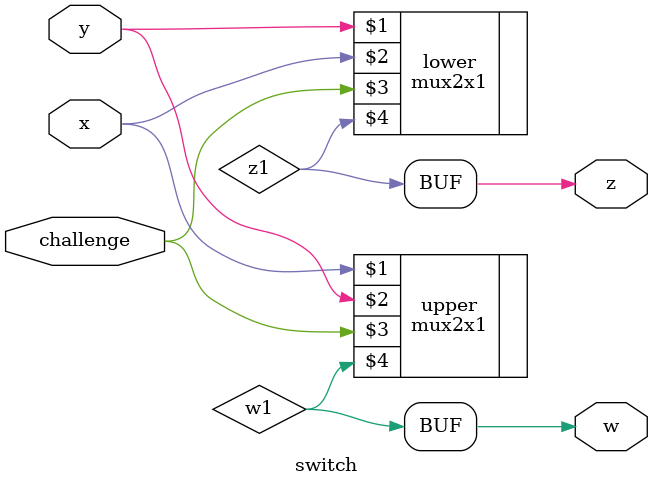
<source format=v>
(* keep_hierarchy = "yes" *)
module switch(
    input  wire       x,
    input  wire       y,
    input  wire       challenge,
    output wire       w,
    output wire       z
);

// mux2x1 upper(.a(in[0]), .b(in[1]), .sel(challenge), .out(out[0]));
// mux2x1 lower(.a(in[1]), .b(in[0]), .sel(challenge), .out(out[1]));

wire w1, w2;
wire z1, z2;

mux2x1 upper(x, y, challenge, w1);
mux2x1 lower(y, x, challenge, z1);

not n1(w2, w1);
not n2(w, w2);
not n7(z2, z1);
not n8(z, z2);

endmodule

</source>
